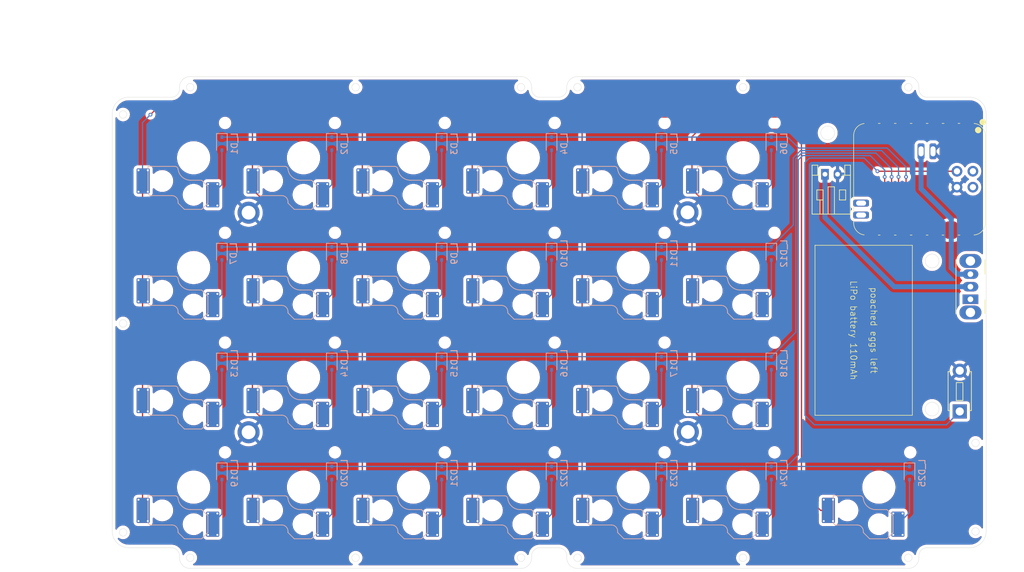
<source format=kicad_pcb>
(kicad_pcb (version 20240108) (generator "pcbnew") (generator_version "8.0")
  (title_block (title "poached_eggs_left") (date "2024-08-18") (rev "0") (company "omuken"))
  (layers (0 "F.Cu" signal) (31 "B.Cu" signal) (34 "B.Paste" user) (35 "F.Paste" user) (36 "B.SilkS" user "B.Silkscreen") (37 "F.SilkS" user "F.Silkscreen") (38 "B.Mask" user) (39 "F.Mask" user) (44 "Edge.Cuts" user))
  (net 0 "")
  (net 1 "Net-(L_D1-A)")
  (net 2 "L_Row0")
  (net 3 "Net-(L_D2-A)")
  (net 4 "Net-(L_D3-A)")
  (net 5 "Net-(L_D4-A)")
  (net 6 "Net-(L_D5-A)")
  (net 7 "Net-(L_D6-A)")
  (net 8 "L_Row1")
  (net 9 "Net-(L_D7-A)")
  (net 10 "Net-(L_D8-A)")
  (net 11 "Net-(L_D9-A)")
  (net 12 "Net-(L_D10-A)")
  (net 13 "Net-(L_D11-A)")
  (net 14 "Net-(L_D12-A)")
  (net 15 "Net-(L_D13-A)")
  (net 16 "L_Row2")
  (net 17 "Net-(L_D14-A)")
  (net 18 "Net-(L_D15-A)")
  (net 19 "Net-(L_D16-A)")
  (net 20 "Net-(L_D17-A)")
  (net 21 "Net-(L_D18-A)")
  (net 22 "Net-(L_D19-A)")
  (net 23 "L_Row3")
  (net 24 "Net-(L_D20-A)")
  (net 25 "Net-(L_D21-A)")
  (net 26 "Net-(L_D22-A)")
  (net 27 "Net-(L_D23-A)")
  (net 28 "Net-(L_D24-A)")
  (net 29 "Net-(L_D25-A)")
  (net 30 "L_GND")
  (net 31 "Col0")
  (net 32 "Col1")
  (net 33 "Col2")
  (net 34 "Col3")
  (net 35 "Col4")
  (net 36 "Col5")
  (net 37 "Col6")
  (net 38 "L_Bat+")
  (net 40 "L_Reset")
  (net 46 "L_VCC")
  (net 47 "Net-(L_J_LiPo1-Pin_1)")
  (footprint "MountingHole:MountingHole_2.2mm_M2_ISO7380_Pad" (layer "F.Cu") (at 61.7 71.7)
    (property "Reference" "L_J5" (hide yes))
    (property "Value" "Conn_01x01")
  )
  (footprint "MountingHole:MountingHole_2.2mm_M2_ISO7380_Pad" (layer "F.Cu") (at 131.6 71.65)
    (property "Reference" "L_J3" (hide yes))
    (property "Value" "Conn_01x01")
  )
  (footprint "MountingHole:MountingHole_2.2mm_M2_ISO7380_Pad" (layer "F.Cu") (at 61.7 106.7)
    (property "Reference" "L_J6" (hide yes))
    (property "Value" "Conn_01x01")
  )
  (footprint "Button_Switch_THT:SW_PUSH_1P1T_6x3.5mm_H4.3_APEM_MJTP1243_3d" (layer "F.Cu") (at 174.95 103.38 90)
    (property "Reference" "L_SW_Reset1" (hide yes))
    (property "Value" "SW_PUSH")
  )
  (footprint "Button_Switch_THT:SW_Slide_SPDT_Angled_CK_OS102011MA1Q" (layer "F.Cu") (at 176.65 85.5 90)
    (property "Reference" "L_SW_LiPo1" (hide yes))
    (property "Value" "SW_SPDT")
  )
  (footprint "SeeedStudio_XIAO_nRF52840_v1.1_KiCAD:XIAO-nRF52840-SMD_via" (layer "F.Cu") (at 168.478 66.4204 -90)
    (property "Reference" "L_U1" (hide yes))
    (property "Value" "XIAO-nRF52840-SMD")
  )
  (footprint "MountingHole:MountingHole_2.2mm_M2_ISO7380_Pad" (layer "F.Cu") (at 131.65 106.65)
    (property "Reference" "L_J4" (hide yes))
    (property "Value" "Conn_01x01")
  )
  (footprint "Connectors_JST:JST_PH_S2B-PH-K_02x2.00mm_Angled_3d_wegg" (layer "F.Cu") (at 153.49 65.5748)
    (property "Reference" "L_J_LiPo1" (hide yes))
    (property "Value" "Conn_01x02")
  )
  (footprint "Diode_SMD:D_SOD-323" (layer "B.Cu") (at 144.95 113.2 -90)
    (property "Reference" "L_D24")
    (property "Value" "D")
  )
  (footprint "kbd_SW:Choc_v2_Hotswap_1u_17.5mm" (layer "B.Cu") (at 70.45 62.95 180)
    (property "Reference" "L_SW2" (hide yes))
    (property "Value" "SW_PUSH" (hide yes))
  )
  (footprint "kbd_SW:Choc_v2_Hotswap_1u_17.5mm" (layer "B.Cu") (at 70.45 115.45 180)
    (property "Reference" "L_SW20" (hide yes))
    (property "Value" "SW_PUSH" (hide yes))
  )
  (footprint "kbd_SW:Choc_v2_Hotswap_1u_17.5mm" (layer "B.Cu") (at 87.95 80.45 180)
    (property "Reference" "L_SW9" (hide yes))
    (property "Value" "SW_PUSH" (hide yes))
  )
  (footprint "Diode_SMD:D_SOD-323" (layer "B.Cu") (at 74.95 78.2 -90)
    (property "Reference" "L_D8")
    (property "Value" "D")
  )
  (footprint "kbd_SW:Choc_v2_Hotswap_1u_17.5mm" (layer "B.Cu") (at 140.45 97.95 180)
    (property "Reference" "L_SW18" (hide yes))
    (property "Value" "SW_PUSH" (hide yes))
  )
  (footprint "Diode_SMD:D_SOD-323" (layer "B.Cu") (at 166.95 113.2 -90)
    (property "Reference" "L_D25")
    (property "Value" "D")
  )
  (footprint "Diode_SMD:D_SOD-323" (layer "B.Cu") (at 57.45 60.7 -90)
    (property "Reference" "L_D1")
    (property "Value" "D")
  )
  (footprint "kbd_SW:Choc_v2_Hotswap_1u_17.5mm" (layer "B.Cu") (at 105.45 80.45 180)
    (property "Reference" "L_SW10" (hide yes))
    (property "Value" "SW_PUSH" (hide yes))
  )
  (footprint "Diode_SMD:D_SOD-323" (layer "B.Cu") (at 92.45 60.7 -90)
    (property "Reference" "L_D3")
    (property "Value" "D")
  )
  (footprint "Diode_SMD:D_SOD-323" (layer "B.Cu") (at 92.45 78.2 -90)
    (property "Reference" "L_D9")
    (property "Value" "D")
  )
  (footprint "Diode_SMD:D_SOD-323" (layer "B.Cu") (at 144.95 60.7 -90)
    (property "Reference" "L_D6")
    (property "Value" "D")
  )
  (footprint "kbd_SW:Choc_v2_Hotswap_1u_17.5mm" (layer "B.Cu") (at 122.95 97.95 180)
    (property "Reference" "L_SW17" (hide yes))
    (property "Value" "SW_PUSH" (hide yes))
  )
  (footprint "Diode_SMD:D_SOD-323" (layer "B.Cu") (at 127.45 78.2 -90)
    (property "Reference" "L_D11")
    (property "Value" "D")
  )
  (footprint "Diode_SMD:D_SOD-323" (layer "B.Cu") (at 74.95 95.7 -90)
    (property "Reference" "L_D14")
    (property "Value" "D")
  )
  (footprint "Diode_SMD:D_SOD-323" (layer "B.Cu") (at 109.95 95.7 -90)
    (property "Reference" "L_D16")
    (property "Value" "D")
  )
  (footprint "Diode_SMD:D_SOD-323" (layer "B.Cu") (at 74.95 60.7 -90)
    (property "Reference" "L_D2")
    (property "Value" "D")
  )
  (footprint "Diode_SMD:D_SOD-323" (layer "B.Cu") (at 109.95 113.2 -90)
    (property "Reference" "L_D22")
    (property "Value" "D")
  )
  (footprint "Diode_SMD:D_SOD-323" (layer "B.Cu") (at 92.45 113.2 -90)
    (property "Reference" "L_D21")
    (property "Value" "D")
  )
  (footprint "kbd_SW:Choc_v2_Hotswap_1u_17.5mm" (layer "B.Cu") (at 52.95 62.95 180)
    (property "Reference" "L_SW1" (hide yes))
    (property "Value" "SW_PUSH" (hide yes))
  )
  (footprint "kbd_SW:Choc_v2_Hotswap_1u_17.5mm" (layer "B.Cu") (at 70.45 97.95 180)
    (property "Reference" "L_SW14" (hide yes))
    (property "Value" "SW_PUSH" (hide yes))
  )
  (footprint "kbd_SW:Choc_v2_Hotswap_1u_17.5mm" (layer "B.Cu") (at 87.95 115.45 180)
    (property "Reference" "L_SW21" (hide yes))
    (property "Value" "SW_PUSH" (hide yes))
  )
  (footprint "Diode_SMD:D_SOD-323" (layer "B.Cu") (at 144.95 78.2 -90)
    (property "Reference" "L_D12")
    (property "Value" "D")
  )
  (footprint "kbd_SW:Choc_v2_Hotswap_1u_17.5mm" (layer "B.Cu") (at 52.95 80.45 180)
    (property "Reference" "L_SW7" (hide yes))
    (property "Value" "SW_PUSH" (hide yes))
  )
  (footprint "Diode_SMD:D_SOD-323" (layer "B.Cu") (at 127.45 95.7 -90)
    (property "Reference" "L_D17")
    (property "Value" "D")
  )
  (footprint "kbd_SW:Choc_v2_Hotswap_1u_17.5mm" (layer "B.Cu") (at 87.95 97.95 180)
    (property "Reference" "L_SW15" (hide yes))
    (property "Value" "SW_PUSH" (hide yes))
  )
  (footprint "Diode_SMD:D_SOD-323" (layer "B.Cu") (at 74.95 113.2 -90)
    (property "Reference" "L_D20")
    (property "Value" "D")
  )
  (footprint "kbd_SW:Choc_v2_Hotswap_1u_17.5mm" (layer "B.Cu") (at 140.45 62.95 180)
    (property "Reference" "L_SW6" (hide yes))
    (property "Value" "SW_PUSH" (hide yes))
  )
  (footprint "kbd_SW:Choc_v2_Hotswap_1u_17.5mm" (layer "B.Cu") (at 105.45 97.95 180)
    (property "Reference" "L_SW16" (hide yes))
    (property "Value" "SW_PUSH" (hide yes))
  )
  (footprint "kbd_SW:Choc_v2_Hotswap_1u_17.5mm" (layer "B.Cu") (at 140.45 80.45 180)
    (property "Reference" "L_SW12" (hide yes))
    (property "Value" "SW_PUSH" (hide yes))
  )
  (footprint "Diode_SMD:D_SOD-323" (layer "B.Cu") (at 109.95 60.7 -90)
    (property "Reference" "L_D4")
    (property "Value" "D")
  )
  (footprint "kbd_SW:Choc_v2_Hotswap_1u_17.5mm" (layer "B.Cu") (at 140.45 115.45 180)
    (property "Reference" "L_SW24" (hide yes))
    (property "Value" "SW_PUSH" (hide yes))
  )
  (footprint "Diode_SMD:D_SOD-323" (layer "B.Cu") (at 109.95 78.2 -90)
    (property "Reference" "L_D10")
    (property "Value" "D")
  )
  (footprint "kbd_SW:Choc_v2_Hotswap_1u_17.5mm" (layer "B.Cu") (at 122.95 62.95 180)
    (property "Reference" "L_SW5" (hide yes))
    (property "Value" "SW_PUSH" (hide yes))
  )
  (footprint "kbd_SW:Choc_v2_Hotswap_1u_17.5mm" (layer "B.Cu") (at 87.95 62.95 180)
    (property "Reference" "L_SW3" (hide yes))
    (property "Value" "SW_PUSH" (hide yes))
  )
  (footprint "kbd_SW:Choc_v2_Hotswap_1u_17.5mm" (layer "B.Cu") (at 52.95 115.45 180)
    (property "Reference" "L_SW19" (hide yes))
    (property "Value" "SW_PUSH" (hide yes))
  )
  (footprint "Diode_SMD:D_SOD-323" (layer "B.Cu") (at 127.45 113.2 -90)
    (property "Reference" "L_D23")
    (property "Value" "D")
  )
  (footprint "Diode_SMD:D_SOD-323" (layer "B.Cu") (at 144.95 95.7 -90)
    (property "Reference" "L_D18")
    (property "Value" "D")
  )
  (footprint "kbd_SW:Choc_v2_Hotswap_1u_17.5mm" (layer "B.Cu") (at 52.95 97.95 180)
    (property "Reference" "L_SW13" (hide yes))
    (property "Value" "SW_PUSH" (hide yes))
  )
  (footprint "kbd_SW:Choc_v2_Hotswap_1u_17.5mm" (layer "B.Cu") (at 105.45 62.95 180)
    (property "Reference" "L_SW4" (hide yes))
    (property "Value" "SW_PUSH" (hide yes))
  )
  (footprint "Diode_SMD:D_SOD-323" (layer "B.Cu") (at 127.45 60.7 -90)
    (property "Reference" "L_D5")
    (property "Value" "D")
  )
  (footprint "Diode_SMD:D_SOD-323" (layer "B.Cu") (at 57.45 95.7 -90)
    (property "Reference" "L_D13")
    (property "Value" "D")
  )
  (footprint "kbd_SW:Choc_v2_Hotswap_1u_17.5mm" (layer "B.Cu") (at 122.95 80.45 180)
    (property "Reference" "L_SW11" (hide yes))
    (property "Value" "SW_PUSH" (hide yes))
  )
  (footprint "kbd_SW:Choc_v2_Hotswap_1u_17.5mm" (layer "B.Cu") (at 162.07 115.45 180)
    (property "Reference" "L_SW25" (hide yes))
    (property "Value" "SW_PUSH" (hide yes))
  )
  (footprint "kbd_SW:Choc_v2_Hotswap_1u_17.5mm" (layer "B.Cu") (at 105.45 115.45 180)
    (property "Reference" "L_SW22" (hide yes))
    (property "Value" "SW_PUSH" (hide yes))
  )
  (footprint "Diode_SMD:D_SOD-323" (layer "B.Cu") (at 57.45 78.2 -90)
    (property "Reference" "L_D7")
    (property "Value" "D")
  )
  (footprint "Diode_SMD:D_SOD-323" (layer "B.Cu") (at 92.45 95.7 -90)
    (property "Reference" "L_D15")
    (property "Value" "D")
  )
  (footprint "Diode_SMD:D_SOD-323" (layer "B.Cu") (at 57.45 113.2 -90)
    (property "Reference" "L_D19")
    (property "Value" "D")
  )
  (footprint "kbd_SW:Choc_v2_Hotswap_1u_17.5mm" (layer "B.Cu") (at 122.95 115.45 180)
    (property "Reference" "L_SW23" (hide yes))
    (property "Value" "SW_PUSH" (hide yes))
  )
  (footprint "kbd_SW:Choc_v2_Hotswap_1u_17.5mm" (layer "B.Cu") (at 70.45 80.45 180)
    (property "Reference" "L_SW8" (hide yes))
    (property "Value" "SW_PUSH" (hide yes))
  )
  (gr_line (start 151.9 104) (end 151.9 76.9) (stroke (width 0.1)) (layer "F.SilkS"))
  (gr_line (start 167.4 104) (end 151.9 104) (stroke (width 0.1)) (layer "F.SilkS"))
  (gr_line (start 167.4 76.9) (end 167.4 104) (stroke (width 0.1)) (layer "F.SilkS"))
  (gr_line (start 151.9 76.9) (end 167.4 76.9) (stroke (width 0.1)) (layer "F.SilkS"))
  (gr_circle (center 114.085 126.7) (end 113.485 126.7) (stroke (width 0.05)) (fill none) (layer "Edge.Cuts"))
  (gr_circle (center 140.4225 51.7) (end 139.8225 51.7) (stroke (width 0.05)) (fill none) (layer "Edge.Cuts"))
  (gr_circle (center 78.7475 126.7) (end 78.1475 126.7) (stroke (width 0.05)) (fill none) (layer "Edge.Cuts"))
  (gr_arc (start 166.75 50) (mid 167.952082 50.497918) (end 168.45 51.7) (stroke (width 0.05)) (layer "Edge.Cuts"))
  (gr_circle (center 41.71 122.65) (end 41.11 122.65) (stroke (width 0.05)) (fill none) (layer "Edge.Cuts"))
  (gr_arc (start 40 55.9) (mid 40.761522 54.061522) (end 42.6 53.3) (stroke (width 0.05)) (layer "Edge.Cuts"))
  (gr_line (start 176.55 125.1) (end 169.75 125.1) (stroke (width 0.05)) (layer "Edge.Cuts"))
  (gr_line (start 112.375 126.7) (end 112.375 126.4) (stroke (width 0.05)) (layer "Edge.Cuts"))
  (gr_arc (start 50.7 52) (mid 50.319239 52.919239) (end 49.4 53.3) (stroke (width 0.05)) (layer "Edge.Cuts"))
  (gr_arc (start 179.15 122.5) (mid 178.388478 124.338478) (end 176.55 125.1) (stroke (width 0.05)) (layer "Edge.Cuts"))
  (gr_arc (start 106.775 126.7) (mid 106.277082 127.902082) (end 105.075 128.4) (stroke (width 0.05)) (layer "Edge.Cuts"))
  (gr_arc (start 106.775 126.4) (mid 107.155761 125.480761) (end 108.075 125.1) (stroke (width 0.05)) (layer "Edge.Cuts"))
  (gr_circle (center 170.55 103) (end 171.65 103) (stroke (width 0.05)) (fill none) (layer "Edge.Cuts"))
  (gr_circle (center 41.71 56.05) (end 41.11 56.05) (stroke (width 0.05)) (fill none) (layer "Edge.Cuts"))
  (gr_line (start 50.7 52) (end 50.7 51.7) (stroke (width 0.05)) (layer "Edge.Cuts"))
  (gr_line (start 106.775 51.7) (end 106.775 52) (stroke (width 0.05)) (layer "Edge.Cuts"))
  (gr_line (start 169.75 53.3) (end 176.55 53.3) (stroke (width 0.05)) (layer "Edge.Cuts"))
  (gr_arc (start 176.55 53.3) (mid 178.388478 54.061522) (end 179.15 55.9) (stroke (width 0.05)) (layer "Edge.Cuts"))
  (gr_line (start 108.075 53.3) (end 111.075 53.3) (stroke (width 0.05)) (layer "Edge.Cuts"))
  (gr_arc (start 105.075 50) (mid 106.277082 50.497918) (end 106.775 51.7) (stroke (width 0.05)) (layer "Edge.Cuts"))
  (gr_arc (start 112.375 52) (mid 111.994239 52.919239) (end 111.075 53.3) (stroke (width 0.05)) (layer "Edge.Cuts"))
  (gr_line (start 40 122.5) (end 40 55.9) (stroke (width 0.05)) (layer "Edge.Cuts"))
  (gr_arc (start 169.75 53.3) (mid 168.830761 52.919239) (end 168.45 52) (stroke (width 0.05)) (layer "Edge.Cuts"))
  (gr_line (start 166.75 128.4) (end 114.075 128.4) (stroke (width 0.05)) (layer "Edge.Cuts"))
  (gr_line (start 49.4 125.1) (end 42.6 125.1) (stroke (width 0.05)) (layer "Edge.Cuts"))
  (gr_circle (center 166.76 126.7) (end 166.16 126.7) (stroke (width 0.05)) (fill none) (layer "Edge.Cuts"))
  (gr_circle (center 52.41 126.7) (end 51.81 126.7) (stroke (width 0.05)) (fill none) (layer "Edge.Cuts"))
  (gr_line (start 105.075 128.4) (end 52.4 128.4) (stroke (width 0.05)) (layer "Edge.Cuts"))
  (gr_circle (center 166.76 51.7) (end 166.16 51.7) (stroke (width 0.05)) (fill none) (layer "Edge.Cuts"))
  (gr_circle (center 105.085 51.7) (end 104.485 51.7) (stroke (width 0.05)) (fill none) (layer "Edge.Cuts"))
  (gr_line (start 42.6 53.3) (end 49.4 53.3) (stroke (width 0.05)) (layer "Edge.Cuts"))
  (gr_line (start 106.775 126.4) (end 106.775 126.7) (stroke (width 0.05)) (layer "Edge.Cuts"))
  (gr_circle (center 153.92 58.99) (end 155.02 58.99) (stroke (width 0.05)) (fill none) (layer "Edge.Cuts"))
  (gr_arc (start 114.075 128.4) (mid 112.872918 127.902082) (end 112.375 126.7) (stroke (width 0.05)) (layer "Edge.Cuts"))
  (gr_line (start 168.45 126.4) (end 168.45 126.7) (stroke (width 0.05)) (layer "Edge.Cuts"))
  (gr_circle (center 177.46 122.5) (end 176.86 122.5) (stroke (width 0.05)) (fill none) (layer "Edge.Cuts"))
  (gr_arc (start 49.4 125.1) (mid 50.319239 125.480761) (end 50.7 126.4) (stroke (width 0.05)) (layer "Edge.Cuts"))
  (gr_circle (center 41.71 89.35) (end 41.11 89.35) (stroke (width 0.05)) (fill none) (layer "Edge.Cuts"))
  (gr_arc (start 108.075 53.3) (mid 107.155761 52.919239) (end 106.775 52) (stroke (width 0.05)) (layer "Edge.Cuts"))
  (gr_line (start 50.7 126.7) (end 50.7 126.4) (stroke (width 0.05)) (layer "Edge.Cuts"))
  (gr_arc (start 112.375 51.7) (mid 112.872918 50.497918) (end 114.075 50) (stroke (width 0.05)) (layer "Edge.Cuts"))
  (gr_arc (start 50.7 51.7) (mid 51.197918 50.497918) (end 52.4 50) (stroke (width 0.05)) (layer "Edge.Cuts"))
  (gr_arc (start 168.45 126.4) (mid 168.830761 125.480761) (end 169.75 125.1) (stroke (width 0.05)) (layer "Edge.Cuts"))
  (gr_line (start 111.075 125.1) (end 108.075 125.1) (stroke (width 0.05)) (layer "Edge.Cuts"))
  (gr_circle (center 78.7475 51.7) (end 78.1475 51.7) (stroke (width 0.05)) (fill none) (layer "Edge.Cuts"))
  (gr_arc (start 42.6 125.1) (mid 40.761522 124.338478) (end 40 122.5) (stroke (width 0.05)) (layer "Edge.Cuts"))
  (gr_circle (center 105.085 126.7) (end 104.485 126.7) (stroke (width 0.05)) (fill none) (layer "Edge.Cuts"))
  (gr_arc (start 168.45 126.7) (mid 167.952082 127.902082) (end 166.75 128.4) (stroke (width 0.05)) (layer "Edge.Cuts"))
  (gr_line (start 179.15 55.9) (end 179.15 122.5) (stroke (width 0.05)) (layer "Edge.Cuts"))
  (gr_circle (center 140.4225 126.7) (end 139.8225 126.7) (stroke (width 0.05)) (fill none) (layer "Edge.Cuts"))
  (gr_arc (start 52.4 128.4) (mid 51.197918 127.902082) (end 50.7 126.7) (stroke (width 0.05)) (layer "Edge.Cuts"))
  (gr_line (start 114.075 50) (end 166.75 50) (stroke (width 0.05)) (layer "Edge.Cuts"))
  (gr_line (start 168.45 51.7) (end 168.45 52) (stroke (width 0.05)) (layer "Edge.Cuts"))
  (gr_circle (center 170.55 79.4) (end 171.65 79.4) (stroke (width 0.05)) (fill none) (layer "Edge.Cuts"))
  (gr_line (start 52.4 50) (end 105.075 50) (stroke (width 0.05)) (layer "Edge.Cuts"))
  (gr_circle (center 52.41 51.7) (end 51.81 51.7) (stroke (width 0.05)) (fill none) (layer "Edge.Cuts"))
  (gr_circle (center 114.085 51.7) (end 113.485 51.7) (stroke (width 0.05)) (fill none) (layer "Edge.Cuts"))
  (gr_line (start 112.375 52) (end 112.375 51.7) (stroke (width 0.05)) (layer "Edge.Cuts"))
  (gr_circle (center 177.46 108.4) (end 176.86 108.4) (stroke (width 0.05)) (fill none) (layer "Edge.Cuts"))
  (gr_arc (start 111.075 125.1) (mid 111.994239 125.480761) (end 112.375 126.4) (stroke (width 0.05)) (layer "Edge.Cuts"))
  (gr_text "poached eggs left\n\nLiPo battery 110mAh" (at 159.65 90.45 -90) (layer "F.SilkS") (effects (font (size 1 1) (thickness 0.1))))
  (segment (start 57.45 61.75) (end 57.45 67.2375) (width 0.2) (layer "B.Cu") (net 1))
  (segment (start 57.45 67.2375) (end 55.8875 68.8) (width 0.2) (layer "B.Cu") (net 1))
  (segment (start 166.4 71.6) (end 168.478 73.678) (width 0.2) (layer "F.Cu") (net 2))
  (segment (start 168.478 73.678) (end 168.478 74.4754) (width 0.2) (layer "F.Cu") (net 2))
  (segment (start 166.4 66) (end 166.4 71.6) (width 0.2) (layer "F.Cu") (net 2))
  (via (at 166.4 66) (size 0.6) (drill 0.3) (layers "F.Cu" "B.Cu") (net 2))
  (segment (start 147.55 59.65) (end 144.95 59.65) (width 0.2) (layer "B.Cu") (net 2))
  (segment (start 163.4 61.4) (end 149.3 61.4) (width 0.2) (layer "B.Cu") (net 2))
  (segment (start 166.4 64.4) (end 163.4 61.4) (width 0.2) (layer "B.Cu") (net 2))
  (segment (start 149.3 61.4) (end 147.55 59.65) (width 0.2) (layer "B.Cu") (net 2))
  (segment (start 144.95 59.65) (end 57.45 59.65) (width 0.2) (layer "B.Cu") (net 2))
  (segment (start 166.4 66) (end 166.4 64.4) (width 0.2) (layer "B.Cu") (net 2))
  (segment (start 74.95 67.2375) (end 73.3875 68.8) (width 0.2) (layer "B.Cu") (net 3))
  (segment (start 74.95 61.75) (end 74.95 67.2375) (width 0.2) (layer "B.Cu") (net 3))
  (segment (start 92.45 61.75) (end 92.45 67.2375) (width 0.2) (layer "B.Cu") (net 4))
  (segment (start 92.45 67.2375) (end 90.8875 68.8) (width 0.2) (layer "B.Cu") (net 4))
  (segment (start 109.95 67.2375) (end 108.3875 68.8) (width 0.2) (layer "B.Cu") (net 5))
  (segment (start 109.95 61.75) (end 109.95 67.2375) (width 0.2) (layer "B.Cu") (net 5))
  (segment (start 127.45 61.75) (end 127.45 67.2375) (width 0.2) (layer "B.Cu") (net 6))
  (segment (start 127.45 67.2375) (end 125.8875 68.8) (width 0.2) (layer "B.Cu") (net 6))
  (segment (start 144.95 61.75) (end 144.95 67.2375) (width 0.2) (layer "B.Cu") (net 7))
  (segment (start 144.95 67.2375) (end 143.3875 68.8) (width 0.2) (layer "B.Cu") (net 7))
  (segment (start 165.2 66) (end 165.2 72.2) (width 0.2) (layer "F.Cu") (net 8))
  (segment (start 165.2 72.2) (end 165.938 72.938) (width 0.2) (layer "F.Cu") (net 8))
  (segment (start 165.938 72.938) (end 165.938 74.4754) (width 0.2) (layer "F.Cu") (net 8))
  (via (at 165.2 66) (size 0.6) (drill 0.3) (layers "F.Cu" "B.Cu") (net 8))
  (segment (start 162.5 61.8) (end 149.6 61.8) (width 0.2) (layer "B.Cu") (net 8))
  (segment (start 144.95 77.15) (end 57.45 77.15) (width 0.2) (layer "B.Cu") (net 8))
  (segment (start 165.2 64.5) (end 162.5 61.8) (width 0.2) (layer "B.Cu") (net 8))
  (segment (start 165.2 66) (end 165.2 64.5) (width 0.2) (layer "B.Cu") (net 8))
  (segment (start 148.45 62.95) (end 148.45 73.65) (width 0.2) (layer "B.Cu") (net 8))
  (segment (start 148.45 73.65) (end 144.95 77.15) (width 0.2) (layer "B.Cu") (net 8))
  (segment (start 149.6 61.8) (end 148.45 62.95) (width 0.2) (layer "B.Cu") (net 8))
  (segment (start 57.45 84.7375) (end 55.8875 86.3) (width 0.2) (layer "B.Cu") (net 9))
  (segment (start 57.45 79.25) (end 57.45 84.7375) (width 0.2) (layer "B.Cu") (net 9))
  (segment (start 74.95 84.7375) (end 73.3875 86.3) (width 0.2) (layer "B.Cu") (net 10))
  (segment (start 74.95 79.25) (end 74.95 84.7375) (width 0.2) (layer "B.Cu") (net 10))
  (segment (start 92.45 84.7375) (end 90.8875 86.3) (width 0.2) (layer "B.Cu") (net 11))
  (segment (start 92.45 79.25) (end 92.45 84.7375) (width 0.2) (layer "B.Cu") (net 11))
  (segment (start 109.95 79.25) (end 109.95 84.7375) (width 0.2) (layer "B.Cu") (net 12))
  (segment (start 109.95 84.7375) (end 108.3875 86.3) (width 0.2) (layer "B.Cu") (net 12))
  (segment (start 127.45 84.7375) (end 125.8875 86.3) (width 0.2) (layer "B.Cu") (net 13))
  (segment (start 127.45 79.25) (end 127.45 84.7375) (width 0.2) (layer "B.Cu") (net 13))
  (segment (start 144.95 79.25) (end 144.95 84.7375) (width 0.2) (layer "B.Cu") (net 14))
  (segment (start 144.95 84.7375) (end 143.3875 86.3) (width 0.2) (layer "B.Cu") (net 14))
  (segment (start 57.45 102.2375) (end 55.8875 103.8) (width 0.2) (layer "B.Cu") (net 15))
  (segment (start 57.45 96.75) (end 57.45 102.2375) (width 0.2) (layer "B.Cu") (net 15))
  (segment (start 164.1 72.2) (end 163.398 72.902) (width 0.2) (layer "F.Cu") (net 16))
  (segment (start 164.1 66) (end 164.1 72.2) (width 0.2) (layer "F.Cu") (net 16))
  (segment (start 163.398 72.902) (end 163.398 74.4754) (width 0.2) (layer "F.Cu") (net 16))
  (via (at 164.1 66) (size 0.6) (drill 0.3) (layers "F.Cu" "B.Cu") (net 16))
  (segment (start 144.95 94.65) (end 57.45 94.65) (width 0.2) (layer "B.Cu") (net 16))
  (segment (start 149.765686 62.2) (end 148.85 63.115686) (width 0.2) (layer "B.Cu") (net 16))
  (segment (start 164.1 66) (end 164.1 64.7) (width 0.2) (layer "B.Cu") (net 16))
  (segment (start 161.6 62.2) (end 149.765686 62.2) (width 0.2) (layer "B.Cu") (net 16))
  (segment (start 148.85 63.115686) (end 148.85 90.75) (width 0.2) (layer "B.Cu") (net 16))
  (segment (start 164.1 64.7) (end 161.6 62.2) (width 0.2) (layer "B.Cu") (net 16))
  (segment (start 148.85 90.75) (end 144.95 94.65) (width 0.2) (layer "B.Cu") (net 16))
  (segment (start 74.95 102.2375) (end 73.3875 103.8) (width 0.2) (layer "B.Cu") (net 17))
  (segment (start 74.95 96.75) (end 74.95 102.2375) (width 0.2) (layer "B.Cu") (net 17))
  (segment (start 92.45 96.75) (end 92.45 102.2375) (width 0.2) (layer "B.Cu") (net 18))
  (segment (start 92.45 102.2375) (end 90.8875 103.8) (width 0.2) (layer "B.Cu") (net 18))
  (segment (start 109.95 96.75) (end 109.95 102.2375) (width 0.2) (layer "B.Cu") (net 19))
  (segment (start 109.95 102.2375) (end 108.3875 103.8) (width 0.2) (layer "B.Cu") (net 19))
  (segment (start 127.45 96.75) (end 127.45 102.2375) (width 0.2) (layer "B.Cu") (net 20))
  (segment (start 127.45 102.2375) (end 125.8875 103.8) (width 0.2) (layer "B.Cu") (net 20))
  (segment (start 144.95 102.2375) (end 143.3875 103.8) (width 0.2) (layer "B.Cu") (net 21))
  (segment (start 144.95 96.75) (end 144.95 102.2375) (width 0.2) (layer "B.Cu") (net 21))
  (segment (start 57.45 119.7375) (end 55.8875 121.3) (width 0.2) (layer "B.Cu") (net 22))
  (segment (start 57.45 114.25) (end 57.45 119.7375) (width 0.2) (layer "B.Cu") (net 22))
  (segment (start 163 66) (end 163 71.7) (width 0.2) (layer "F.Cu") (net 23))
  (segment (start 163 71.7) (end 160.858 73.842) (width 0.2) (layer "F.Cu") (net 23))
  (segment (start 160.858 73.842) (end 160.858 74.4754) (width 0.2) (layer "F.Cu") (net 23))
  (via (at 163 66) (size 0.6) (drill 0.3) (layers "F.Cu" "B.Cu") (net 23))
  (segment (start 149.931372 62.6) (end 149.25 63.281372) (width 0.2) (layer "B.Cu") (net 23))
  (segment (start 160.7 62.6) (end 149.931372 62.6) (width 0.2) (layer "B.Cu") (net 23))
  (segment (start 149.25 110.3) (end 147.4 112.15) (width 0.2) (layer "B.Cu") (net 23))
  (segment (start 163 64.9) (end 160.7 62.6) (width 0.2) (layer "B.Cu") (net 23))
  (segment (start 163 66) (end 163 64.9) (width 0.2) (layer "B.Cu") (net 23))
  (segment (start 166.95 112.15) (end 57.45 112.15) (width 0.2) (layer "B.Cu") (net 23))
  (segment (start 149.25 63.281372) (end 149.25 110.3) (width 0.2) (layer "B.Cu") (net 23))
  (segment (start 74.95 119.7375) (end 73.3875 121.3) (width 0.2) (layer "B.Cu") (net 24))
  (segment (start 74.95 114.25) (end 74.95 119.7375) (width 0.2) (layer "B.Cu") (net 24))
  (segment (start 92.45 114.25) (end 92.45 119.7375) (width 0.2) (layer "B.Cu") (net 25))
  (segment (start 92.45 119.7375) (end 90.8875 121.3) (width 0.2) (layer "B.Cu") (net 25))
  (segment (start 109.95 114.25) (end 109.95 119.7375) (width 0.2) (layer "B.Cu") (net 26))
  (segment (start 109.95 119.7375) (end 108.3875 121.3) (width 0.2) (layer "B.Cu") (net 26))
  (segment (start 127.45 119.7375) (end 125.8875 121.3) (width 0.2) (layer "B.Cu") (net 27))
  (segment (start 127.45 114.25) (end 127.45 119.7375) (width 0.2) (layer "B.Cu") (net 27))
  (segment (start 144.95 114.25) (end 144.95 119.7375) (width 0.2) (layer "B.Cu") (net 28))
  (segment (start 144.95 119.7375) (end 143.3875 121.3) (width 0.2) (layer "B.Cu") (net 28))
  (segment (start 166.95 119.5075) (end 165.1075 121.35) (width 0.2) (layer "B.Cu") (net 29))
  (segment (start 166.95 114.25) (end 166.95 119.5075) (width 0.2) (layer "B.Cu") (net 29))
  (segment (start 173.558 95.488) (end 174.95 96.88) (width 0.2) (layer "F.Cu") (net 30))
  (segment (start 173.558 74.4754) (end 173.558 95.488) (width 0.2) (layer "F.Cu") (net 30))
  (segment (start 173.5 54.1) (end 176.098 56.698) (width 0.2) (layer "F.Cu") (net 31))
  (segment (start 150.405884 54.1) (end 173.5 54.1) (width 0.2) (layer "F.Cu") (net 31))
  (segment (start 149.655884 54.85) (end 150.405884 54.1) (width 0.2) (layer "F.Cu") (net 31))
  (segment (start 176.098 56.698) (end 176.098 58.3104) (width 0.2) (layer "F.Cu") (net 31))
  (segment (start 47.3 54.85) (end 149.655884 54.85) (width 0.2) (layer "F.Cu") (net 31))
  (segment (start 44.8125 119.1) (end 44.8125 66.6) (width 0.2) (layer "F.Cu") (net 31))
  (segment (start 46.075 56.075) (end 47.3 54.85) (width 0.2) (layer "F.Cu") (net 31))
  (via (at 46.075 56.075) (size 0.6) (drill 0.3) (layers "F.Cu" "B.Cu") (net 31))
  (segment (start 46.075 56.075) (end 44.8125 57.3375) (width 0.2) (layer "B.Cu") (net 31))
  (segment (start 44.8125 57.3375) (end 44.8125 66.6) (width 0.2) (layer "B.Cu") (net 31))
  (segment (start 62.3125 57.3375) (end 64.4 55.25) (width 0.2) (layer "F.Cu") (net 32))
  (segment (start 62.3125 75.3375) (end 64.45 73.2) (width 0.2) (layer "F.Cu") (net 32))
  (segment (start 62.3125 67.975) (end 62.3125 57.3375) (width 0.2) (layer "F.Cu") (net 32))
  (segment (start 62.3125 110.3375) (end 64.45 108.2) (width 0.2) (layer "F.Cu") (net 32))
  (segment (start 171.4 54.5) (end 173.558 56.658) (width 0.2) (layer "F.Cu") (net 32))
  (segment (start 62.3125 119.1) (end 62.3125 110.3375) (width 0.2) (layer "F.Cu") (net 32))
  (segment (start 150.57157 54.5) (end 171.4 54.5) (width 0.2) (layer "F.Cu") (net 32))
  (segment (start 149.82157 55.25) (end 150.57157 54.5) (width 0.2) (layer "F.Cu") (net 32))
  (segment (start 64.45 70.1125) (end 62.3125 67.975) (width 0.2) (layer "F.Cu") (net 32))
  (segment (start 64.4 55.25) (end 149.82157 55.25) (width 0.2) (layer "F.Cu") (net 32))
  (segment (start 173.558 56.658) (end 173.558 58.3104) (width 0.2) (layer "F.Cu") (net 32))
  (segment (start 64.45 108.2) (end 64.45 105.1125) (width 0.2) (layer "F.Cu") (net 32))
  (segment (start 62.3125 102.975) (end 62.3125 75.3375) (width 0.2) (layer "F.Cu") (net 32))
  (segment (start 64.45 73.2) (end 64.45 70.1125) (width 0.2) (layer "F.Cu") (net 32))
  (segment (start 64.45 105.1125) (end 62.3125 102.975) (width 0.2) (layer "F.Cu") (net 32))
  (segment (start 79.95 118.2) (end 79.8125 118.3375) (width 0.2) (layer "F.Cu") (net 33))
  (segment (start 79.8125 118.3375) (end 79.8125 57.3375) (width 0.2) (layer "F.Cu") (net 33))
  (segment (start 150.737256 54.9) (end 169.2 54.9) (width 0.2) (layer "F.Cu") (net 33))
  (segment (start 79.8125 57.3375) (end 81.5 55.65) (width 0.2) (layer "F.Cu") (net 33))
  (segment (start 171.018 56.718) (end 171.018 58.3104) (width 0.2) (layer "F.Cu") (net 33))
  (segment (start 81.5 55.65) (end 149.987256 55.65) (width 0.2) (layer "F.Cu") (net 33))
  (segment (start 169.2 54.9) (end 171.018 56.718) (width 0.2) (layer "F.Cu") (net 33))
  (segment (start 149.987256 55.65) (end 150.737256 54.9) (width 0.2) (layer "F.Cu") (net 33))
  (segment (start 97.3125 57.3375) (end 98.6 56.05) (width 0.2) (layer "F.Cu") (net 34))
  (segment (start 168.478 56.678) (end 168.478 58.3104) (width 0.2) (layer "F.Cu") (net 34))
  (segment (start 167.1 55.3) (end 168.478 56.678) (width 0.2) (layer "F.Cu") (net 34))
  (segment (start 150.902942 55.3) (end 167.1 55.3) (width 0.2) (layer "F.Cu") (net 34))
  (segment (start 150.152942 56.05) (end 150.902942 55.3) (width 0.2) (layer "F.Cu") (net 34))
  (segment (start 97.3125 119.1) (end 97.3125 57.3375) (width 0.2) (layer "F.Cu") (net 34))
  (segment (start 98.6 56.05) (end 150.152942 56.05) (width 0.2) (layer "F.Cu") (net 34))
  (segment (start 115.7 56.45) (end 150.318628 56.45) (width 0.2) (layer "F.Cu") (net 35))
  (segment (start 114.8125 57.3375) (end 115.7 56.45) (width 0.2) (layer "F.Cu") (net 35))
  (segment (start 164.9 55.7) (end 165.938 56.738) (width 0.2) (layer "F.Cu") (net 35))
  (segment (start 150.318628 56.45) (end 151.068628 55.7) (width 0.2) (layer "F.Cu") (net 35))
  (segment (start 151.068628 55.7) (end 164.9 55.7) (width 0.2) (layer "F.Cu") (net 35))
  (segment (start 114.8125 119.1) (end 114.8125 57.3375) (width 0.2) (layer "F.Cu") (net 35))
  (segment (start 165.938 56.738) (end 165.938 58.3104) (width 0.2) (layer "F.Cu") (net 35))
  (segment (start 132.3125 59.5875) (end 133.5 58.4) (width 0.2) (layer "F.Cu") (net 36))
  (segment (start 134.45 70.1125) (end 132.3125 67.975) (width 0.2) (layer "F.Cu") (net 36))
  (segment (start 151.234314 56.1) (end 162.8 56.1) (width 0.2) (layer "F.Cu") (net 36))
  (segment (start 132.3125 75.3375) (end 134.45 73.2) (width 0.2) (layer "F.Cu") (net 36))
  (segment (start 132.3125 119.1) (end 132.3125 110.3375) (width 0.2) (layer "F.Cu") (net 36))
  (segment (start 148.934314 58.4) (end 151.234314 56.1) (width 0.2) (layer "F.Cu") (net 36))
  (segment (start 132.3125 102.975) (end 132.3125 75.3375) (width 0.2) (layer "F.Cu") (net 36))
  (segment (start 134.45 73.2) (end 134.45 70.1125) (width 0.2) (layer "F.Cu") (net 36))
  (segment (start 134.45 105.1125) (end 132.3125 102.975) (width 0.2) (layer "F.Cu") (net 36))
  (segment (start 163.398 56.698) (end 163.398 58.3104) (width 0.2) (layer "F.Cu") (net 36))
  (segment (start 162.8 56.1) (end 163.398 56.698) (width 0.2) (layer "F.Cu") (net 36))
  (segment (start 134.45 108.2) (end 134.45 105.1125) (width 0.2) (layer "F.Cu") (net 36))
  (segment (start 133.5 58.4) (end 148.934314 58.4) (width 0.2) (layer "F.Cu") (net 36))
  (segment (start 132.3125 110.3375) (end 134.45 108.2) (width 0.2) (layer "F.Cu") (net 36))
  (segment (start 132.3125 67.975) (end 132.3125 59.5875) (width 0.2) (layer "F.Cu") (net 36))
  (segment (start 152.8 119.15) (end 149.75 116.1) (width 0.2) (layer "F.Cu") (net 37))
  (segment (start 149.75 116.1) (end 149.75 58.15) (width 0.2) (layer "F.Cu") (net 37))
  (segment (start 154.0325 119.15) (end 152.8 119.15) (width 0.2) (layer "F.Cu") (net 37))
  (segment (start 149.75 58.15) (end 151.4 56.5) (width 0.2) (layer "F.Cu") (net 37))
  (segment (start 160.858 56.758) (end 160.858 58.3104) (width 0.2) (layer "F.Cu") (net 37))
  (segment (start 151.4 56.5) (end 160.6 56.5) (width 0.2) (layer "F.Cu") (net 37))
  (segment (start 160.6 56.5) (end 160.858 56.758) (width 0.2) (layer "F.Cu") (net 37))
  (segment (start 173.6 80.5) (end 173.6 72.7) (width 0.8) (layer "B.Cu") (net 38))
  (segment (start 168.7915 67.8915) (end 168.7915 61.9204) (width 0.8) (layer "B.Cu") (net 38))
  (segment (start 173.6 72.7) (end 168.7915 67.8915) (width 0.8) (layer "B.Cu") (net 38))
  (segment (start 174.6 81.5) (end 173.6 80.5) (width 0.8) (layer "B.Cu") (net 38))
  (segment (start 176.65 81.5) (end 174.6 81.5) (width 0.8) (layer "B.Cu") (net 38))
  (segment (start 161.84687 65.0954) (end 174.5065 65.0954) (width 0.2) (layer "F.Cu") (net 40))
  (via (at 161.84687 65.0954) (size 0.6) (drill 0.3) (layers "F.Cu" "B.Cu") (net 40))
  (segment (start 151.8 105.5) (end 172.83 105.5) (width 0.2) (layer "B.Cu") (net 40))
  (segment (start 150.3 63.7) (end 150.3 104) (width 0.2) (layer "B.Cu") (net 40))
  (segment (start 151 63) (end 150.3 63.7) (width 0.2) (layer "B.Cu") (net 40))
  (segment (start 159.75147 63) (end 151 63) (width 0.2) (layer "B.Cu") (net 40))
  (segment (start 172.83 105.5) (end 174.95 103.38) (width 0.2) (layer "B.Cu") (net 40))
  (segment (start 150.3 104) (end 151.8 105.5) (width 0.2) (layer "B.Cu") (net 40))
  (segment (start 161.84687 65.0954) (end 159.75147 63) (width 0.2) (layer "B.Cu") (net 40))
  (segment (start 164.5 83.5) (end 153.49 72.49) (width 0.8) (layer "B.Cu") (net 47))
  (segment (start 153.49 72.49) (end 153.49 65.5748) (width 0.8) (layer "B.Cu") (net 47))
  (segment (start 176.65 83.5) (end 164.5 83.5) (width 0.8) (layer "B.Cu") (net 47))
  (zone (net 30) (net_name "L_GND") (layers "F&B.Cu") (connect_pads (clearance 0.5)) (min_thickness 0.25) (fill yes (thermal_gap 0.5) (thermal_bridge_width 0.5) (island_removal_mode 2) (island_area_min 10))
    (polygon (pts (xy 179.8 49.5) (xy 179.8 128.95) (xy 39.3 128.95) (xy 39.3 49.5)))
  )
)
</source>
